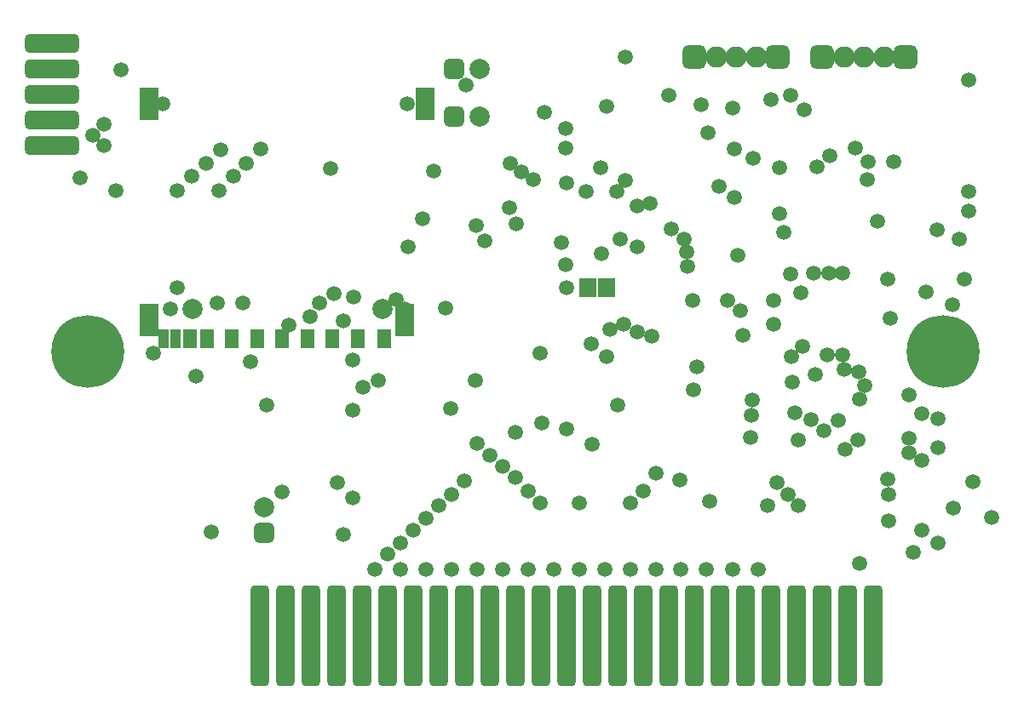
<source format=gbs>
G04*
G04  File:            SD-MAPPER-FINAL_VERSION.GBS, Wed Oct 15 21:18:23 2014*
G04  Source:          P-CAD 2002 PCB (6/400) TRIAL VERSION - 1 days left, Version 17.01.22, (E:\Eletro\PCAD-PCI\SD-Mapper\SD-Mapper-final_version.PCB)*
G04  Format:          Gerber Format (RS-274-D), ASCII*
G04*
G04  Format Options:  Absolute Positioning*
G04                   Leading-Zero Suppression*
G04                   Scale Factor 1:1*
G04                   NO Circular Interpolation*
G04                   Inch Units*
G04                   Numeric Format: 4.4 (XXXX.XXXX)*
G04                   G54 NOT Used for Aperture Change*
G04                   Apertures Embedded*
G04*
G04  File Options:    Offset = (0.0mil,0.0mil)*
G04                   Drill Symbol Size = 80.0mil*
G04                   Pad/Via Holes*
G04*
G04  File Contents:   Pads*
G04                   Vias*
G04                   No Designators*
G04                   No Types*
G04                   No Values*
G04                   No Drill Symbols*
G04                   Bot Mask*
G04*
%INSD-MAPPER-FINAL_VERSION.GBS*%
%ICAS*%
%MOIN*%
G04*
G04  Aperture MACROs for general use --- invoked via D-code assignment *
G04*
G04  General MACRO for flashed round with rotation and/or offset hole *
%AMROTOFFROUND*
1,1,$1,0.0000,0.0000*
1,0,$2,$3,$4*%
G04*
G04  General MACRO for flashed oval (obround) with rotation and/or offset hole *
%AMROTOFFOVAL*
21,1,$1,$2,0.0000,0.0000,$3*
1,1,$4,$5,$6*
1,1,$4,0-$5,0-$6*
1,0,$7,$8,$9*%
G04*
G04  General MACRO for flashed oval (obround) with rotation and no hole *
%AMROTOVALNOHOLE*
21,1,$1,$2,0.0000,0.0000,$3*
1,1,$4,$5,$6*
1,1,$4,0-$5,0-$6*%
G04*
G04  General MACRO for flashed rectangle with rotation and/or offset hole *
%AMROTOFFRECT*
21,1,$1,$2,0.0000,0.0000,$3*
1,0,$4,$5,$6*%
G04*
G04  General MACRO for flashed rectangle with rotation and no hole *
%AMROTRECTNOHOLE*
21,1,$1,$2,0.0000,0.0000,$3*%
G04*
G04  General MACRO for flashed rounded-rectangle *
%AMROUNDRECT*
21,1,$1,$2-$4,0.0000,0.0000,$3*
21,1,$1-$4,$2,0.0000,0.0000,$3*
1,1,$4,$5,$6*
1,1,$4,$7,$8*
1,1,$4,0-$5,0-$6*
1,1,$4,0-$7,0-$8*
1,0,$9,$10,$11*%
G04*
G04  General MACRO for flashed rounded-rectangle with rotation and no hole *
%AMROUNDRECTNOHOLE*
21,1,$1,$2-$4,0.0000,0.0000,$3*
21,1,$1-$4,$2,0.0000,0.0000,$3*
1,1,$4,$5,$6*
1,1,$4,$7,$8*
1,1,$4,0-$5,0-$6*
1,1,$4,0-$7,0-$8*%
G04*
G04  General MACRO for flashed regular polygon *
%AMREGPOLY*
5,1,$1,0.0000,0.0000,$2,$3+$4*
1,0,$5,$6,$7*%
G04*
G04  General MACRO for flashed regular polygon with no hole *
%AMREGPOLYNOHOLE*
5,1,$1,0.0000,0.0000,$2,$3+$4*%
G04*
G04  General MACRO for target *
%AMTARGET*
6,0,0,$1,$2,$3,4,$4,$5,$6*%
G04*
G04  General MACRO for mounting hole *
%AMMTHOLE*
1,1,$1,0,0*
1,0,$2,0,0*
$1=$1-$2*
$1=$1/2*
21,1,$2+$1,$3,0,0,$4*
21,1,$3,$2+$1,0,0,$4*%
G04*
G04*
G04  D10 : "Ellipse X10.0mil Y10.0mil H0.0mil 0.0deg (0.0mil,0.0mil) Draw"*
G04  Disc: OuterDia=0.0100*
%ADD10C, 0.0100*%
G04  D11 : "Ellipse X12.0mil Y12.0mil H0.0mil 0.0deg (0.0mil,0.0mil) Draw"*
G04  Disc: OuterDia=0.0120*
%ADD11C, 0.0120*%
G04  D12 : "Ellipse X14.0mil Y14.0mil H0.0mil 0.0deg (0.0mil,0.0mil) Draw"*
G04  Disc: OuterDia=0.0140*
%ADD12C, 0.0140*%
G04  D13 : "Ellipse X15.0mil Y15.0mil H0.0mil 0.0deg (0.0mil,0.0mil) Draw"*
G04  Disc: OuterDia=0.0150*
%ADD13C, 0.0150*%
G04  D14 : "Ellipse X17.0mil Y17.0mil H0.0mil 0.0deg (0.0mil,0.0mil) Draw"*
G04  Disc: OuterDia=0.0170*
%ADD14C, 0.0170*%
G04  D15 : "Ellipse X18.0mil Y18.0mil H0.0mil 0.0deg (0.0mil,0.0mil) Draw"*
G04  Disc: OuterDia=0.0180*
%ADD15C, 0.0180*%
G04  D16 : "Ellipse X2.0mil Y2.0mil H0.0mil 0.0deg (0.0mil,0.0mil) Draw"*
G04  Disc: OuterDia=0.0020*
%ADD16C, 0.0020*%
G04  D17 : "Ellipse X20.0mil Y20.0mil H0.0mil 0.0deg (0.0mil,0.0mil) Draw"*
G04  Disc: OuterDia=0.0200*
%ADD17C, 0.0200*%
G04  D18 : "Ellipse X22.0mil Y22.0mil H0.0mil 0.0deg (0.0mil,0.0mil) Draw"*
G04  Disc: OuterDia=0.0220*
%ADD18C, 0.0220*%
G04  D19 : "Ellipse X24.0mil Y24.0mil H0.0mil 0.0deg (0.0mil,0.0mil) Draw"*
G04  Disc: OuterDia=0.0240*
%ADD19C, 0.0240*%
G04  D20 : "Ellipse X26.0mil Y26.0mil H0.0mil 0.0deg (0.0mil,0.0mil) Draw"*
G04  Disc: OuterDia=0.0260*
%ADD20C, 0.0260*%
G04  D21 : "Ellipse X34.0mil Y34.0mil H0.0mil 0.0deg (0.0mil,0.0mil) Draw"*
G04  Disc: OuterDia=0.0340*
%ADD21C, 0.0340*%
G04  D22 : "Ellipse X35.0mil Y35.0mil H0.0mil 0.0deg (0.0mil,0.0mil) Draw"*
G04  Disc: OuterDia=0.0350*
%ADD22C, 0.0350*%
G04  D23 : "Ellipse X40.0mil Y40.0mil H0.0mil 0.0deg (0.0mil,0.0mil) Draw"*
G04  Disc: OuterDia=0.0400*
%ADD23C, 0.0400*%
G04  D24 : "Ellipse X45.0mil Y45.0mil H0.0mil 0.0deg (0.0mil,0.0mil) Draw"*
G04  Disc: OuterDia=0.0450*
%ADD24C, 0.0450*%
G04  D25 : "Ellipse X8.0mil Y8.0mil H0.0mil 0.0deg (0.0mil,0.0mil) Draw"*
G04  Disc: OuterDia=0.0080*
%ADD25C, 0.0080*%
G04  D26 : "Ellipse X285.0mil Y285.0mil H0.0mil 0.0deg (0.0mil,0.0mil) Flash"*
G04  Disc: OuterDia=0.2850*
%ADD26C, 0.2850*%
G04  D27 : "Ellipse X59.0mil Y59.0mil H0.0mil 0.0deg (0.0mil,0.0mil) Flash"*
G04  Disc: OuterDia=0.0590*
%ADD27C, 0.0590*%
G04  D28 : "Ellipse X64.0mil Y64.0mil H0.0mil 0.0deg (0.0mil,0.0mil) Flash"*
G04  Disc: OuterDia=0.0640*
%ADD28C, 0.0640*%
G04  D29 : "Ellipse X68.0mil Y68.0mil H0.0mil 0.0deg (0.0mil,0.0mil) Flash"*
G04  Disc: OuterDia=0.0680*
%ADD29C, 0.0680*%
G04  D30 : "Ellipse X79.0mil Y79.0mil H0.0mil 0.0deg (0.0mil,0.0mil) Flash"*
G04  Disc: OuterDia=0.0790*
%ADD30C, 0.0790*%
G04  D31 : "Ellipse X83.0mil Y83.0mil H0.0mil 0.0deg (0.0mil,0.0mil) Flash"*
G04  Disc: OuterDia=0.0830*
%ADD31C, 0.0830*%
G04  D32 : "Mounting Hole X270.0mil Y270.0mil H0.0mil 0.0deg (0.0mil,0.0mil) Flash"*
G04  Mounting Hole: Diameter=0.2700, Rotation=0.0, LineWidth=0.0050 *
%ADD32MTHOLE, 0.2700 X0.2500 X0.0050 X0.0*%
G04  D33 : "Mounting Hole X44.0mil Y44.0mil H0.0mil 0.0deg (0.0mil,0.0mil) Flash"*
G04  Mounting Hole: Diameter=0.0440, Rotation=0.0, LineWidth=0.0050 *
%ADD33MTHOLE, 0.0440 X0.0240 X0.0050 X0.0*%
G04  D34 : "Mounting Hole X64.0mil Y64.0mil H0.0mil 0.0deg (0.0mil,0.0mil) Flash"*
G04  Mounting Hole: Diameter=0.0640, Rotation=0.0, LineWidth=0.0050 *
%ADD34MTHOLE, 0.0640 X0.0440 X0.0050 X0.0*%
G04  D35 : "Rounded Rectangle X196.9mil Y60.0mil H0.0mil 0.0deg (0.0mil,0.0mil) Flash"*
G04  RoundRct: DimX=0.1969, DimY=0.0600, CornerRad=0.0150, Rotation=0.0, OffsetX=0.0000, OffsetY=0.0000, HoleDia=0.0000 *
%ADD35ROUNDRECTNOHOLE, 0.1969 X0.0600 X0.0 X0.0300 X-0.0834 X-0.0150 X-0.0834 X0.0150*%
G04  D36 : "Rounded Rectangle X60.0mil Y350.0mil H0.0mil 0.0deg (0.0mil,0.0mil) Flash"*
G04  RoundRct: DimX=0.0600, DimY=0.3500, CornerRad=0.0150, Rotation=0.0, OffsetX=0.0000, OffsetY=0.0000, HoleDia=0.0000 *
%ADD36ROUNDRECTNOHOLE, 0.0600 X0.3500 X0.0 X0.0300 X-0.0150 X-0.1600 X-0.0150 X0.1600*%
G04  D37 : "Rounded Rectangle X60.0mil Y380.0mil H0.0mil 0.0deg (0.0mil,0.0mil) Flash"*
G04  RoundRct: DimX=0.0600, DimY=0.3800, CornerRad=0.0150, Rotation=0.0, OffsetX=0.0000, OffsetY=0.0000, HoleDia=0.0000 *
%ADD37ROUNDRECTNOHOLE, 0.0600 X0.3800 X0.0 X0.0300 X-0.0150 X-0.1750 X-0.0150 X0.1750*%
G04  D38 : "Rounded Rectangle X64.0mil Y64.0mil H0.0mil 0.0deg (0.0mil,0.0mil) Flash"*
G04  RoundRct: DimX=0.0640, DimY=0.0640, CornerRad=0.0160, Rotation=0.0, OffsetX=0.0000, OffsetY=0.0000, HoleDia=0.0000 *
%ADD38ROUNDRECTNOHOLE, 0.0640 X0.0640 X0.0 X0.0320 X-0.0160 X-0.0160 X-0.0160 X0.0160*%
G04  D39 : "Rounded Rectangle X211.9mil Y75.0mil H0.0mil 0.0deg (0.0mil,0.0mil) Flash"*
G04  RoundRct: DimX=0.2119, DimY=0.0750, CornerRad=0.0187, Rotation=0.0, OffsetX=0.0000, OffsetY=0.0000, HoleDia=0.0000 *
%ADD39ROUNDRECTNOHOLE, 0.2119 X0.0750 X0.0 X0.0375 X-0.0872 X-0.0187 X-0.0872 X0.0187*%
G04  D40 : "Rounded Rectangle X75.0mil Y365.0mil H0.0mil 0.0deg (0.0mil,0.0mil) Flash"*
G04  RoundRct: DimX=0.0750, DimY=0.3650, CornerRad=0.0187, Rotation=0.0, OffsetX=0.0000, OffsetY=0.0000, HoleDia=0.0000 *
%ADD40ROUNDRECTNOHOLE, 0.0750 X0.3650 X0.0 X0.0375 X-0.0187 X-0.1638 X-0.0187 X0.1638*%
G04  D41 : "Rounded Rectangle X75.0mil Y395.0mil H0.0mil 0.0deg (0.0mil,0.0mil) Flash"*
G04  RoundRct: DimX=0.0750, DimY=0.3950, CornerRad=0.0187, Rotation=0.0, OffsetX=0.0000, OffsetY=0.0000, HoleDia=0.0000 *
%ADD41ROUNDRECTNOHOLE, 0.0750 X0.3950 X0.0 X0.0375 X-0.0187 X-0.1788 X-0.0187 X0.1788*%
G04  D42 : "Rounded Rectangle X78.0mil Y78.0mil H0.0mil 0.0deg (0.0mil,0.0mil) Flash"*
G04  RoundRct: DimX=0.0780, DimY=0.0780, CornerRad=0.0195, Rotation=0.0, OffsetX=0.0000, OffsetY=0.0000, HoleDia=0.0000 *
%ADD42ROUNDRECTNOHOLE, 0.0780 X0.0780 X0.0 X0.0390 X-0.0195 X-0.0195 X-0.0195 X0.0195*%
G04  D43 : "Rounded Rectangle X79.0mil Y79.0mil H0.0mil 0.0deg (0.0mil,0.0mil) Flash"*
G04  RoundRct: DimX=0.0790, DimY=0.0790, CornerRad=0.0198, Rotation=0.0, OffsetX=0.0000, OffsetY=0.0000, HoleDia=0.0000 *
%ADD43ROUNDRECTNOHOLE, 0.0790 X0.0790 X0.0 X0.0395 X-0.0198 X-0.0198 X-0.0198 X0.0198*%
G04  D44 : "Rounded Rectangle X93.0mil Y93.0mil H0.0mil 0.0deg (0.0mil,0.0mil) Flash"*
G04  RoundRct: DimX=0.0930, DimY=0.0930, CornerRad=0.0233, Rotation=0.0, OffsetX=0.0000, OffsetY=0.0000, HoleDia=0.0000 *
%ADD44ROUNDRECTNOHOLE, 0.0930 X0.0930 X0.0 X0.0465 X-0.0233 X-0.0233 X-0.0233 X0.0233*%
G04  D45 : "Rectangle X11.8mil Y63.0mil H0.0mil 0.0deg (0.0mil,0.0mil) Flash"*
G04  Rectangular: DimX=0.0118, DimY=0.0630, Rotation=0.0, OffsetX=0.0000, OffsetY=0.0000, HoleDia=0.0000 *
%ADD45R, 0.0118 X0.0630*%
G04  D46 : "Rectangle X63.0mil Y11.8mil H0.0mil 0.0deg (0.0mil,0.0mil) Flash"*
G04  Rectangular: DimX=0.0630, DimY=0.0118, Rotation=0.0, OffsetX=0.0000, OffsetY=0.0000, HoleDia=0.0000 *
%ADD46R, 0.0630 X0.0118*%
G04  D47 : "Rectangle X141.7mil Y86.6mil H0.0mil 0.0deg (0.0mil,0.0mil) Flash"*
G04  Rectangular: DimX=0.1417, DimY=0.0866, Rotation=0.0, OffsetX=0.0000, OffsetY=0.0000, HoleDia=0.0000 *
%ADD47R, 0.1417 X0.0866*%
G04  D48 : "Rectangle X156.7mil Y101.6mil H0.0mil 0.0deg (0.0mil,0.0mil) Flash"*
G04  Rectangular: DimX=0.1567, DimY=0.1016, Rotation=0.0, OffsetX=0.0000, OffsetY=0.0000, HoleDia=0.0000 *
%ADD48R, 0.1567 X0.1016*%
G04  D49 : "Rectangle X23.6mil Y78.7mil H0.0mil 0.0deg (0.0mil,0.0mil) Flash"*
G04  Rectangular: DimX=0.0236, DimY=0.0787, Rotation=0.0, OffsetX=0.0000, OffsetY=0.0000, HoleDia=0.0000 *
%ADD49R, 0.0236 X0.0787*%
G04  D50 : "Rectangle X78.7mil Y23.6mil H0.0mil 0.0deg (0.0mil,0.0mil) Flash"*
G04  Rectangular: DimX=0.0787, DimY=0.0236, Rotation=0.0, OffsetX=0.0000, OffsetY=0.0000, HoleDia=0.0000 *
%ADD50R, 0.0787 X0.0236*%
G04  D51 : "Rectangle X23.6mil Y86.6mil H0.0mil 0.0deg (0.0mil,0.0mil) Flash"*
G04  Rectangular: DimX=0.0236, DimY=0.0866, Rotation=0.0, OffsetX=0.0000, OffsetY=0.0000, HoleDia=0.0000 *
%ADD51R, 0.0236 X0.0866*%
G04  D52 : "Rectangle X26.0mil Y60.0mil H0.0mil 0.0deg (0.0mil,0.0mil) Flash"*
G04  Rectangular: DimX=0.0260, DimY=0.0600, Rotation=0.0, OffsetX=0.0000, OffsetY=0.0000, HoleDia=0.0000 *
%ADD52R, 0.0260 X0.0600*%
G04  D53 : "Rectangle X26.8mil Y78.0mil H0.0mil 0.0deg (0.0mil,0.0mil) Flash"*
G04  Rectangular: DimX=0.0268, DimY=0.0780, Rotation=0.0, OffsetX=0.0000, OffsetY=0.0000, HoleDia=0.0000 *
%ADD53R, 0.0268 X0.0780*%
G04  D54 : "Rectangle X78.0mil Y26.8mil H0.0mil 0.0deg (0.0mil,0.0mil) Flash"*
G04  Rectangular: DimX=0.0780, DimY=0.0268, Rotation=0.0, OffsetX=0.0000, OffsetY=0.0000, HoleDia=0.0000 *
%ADD54R, 0.0780 X0.0268*%
G04  D55 : "Rectangle X32.0mil Y32.0mil H0.0mil 0.0deg (0.0mil,0.0mil) Flash"*
G04  Square: Side=0.0320, Rotation=0.0, OffsetX=0.0000, OffsetY=0.0000, HoleDia=0.0000*
%ADD55R, 0.0320 X0.0320*%
G04  D56 : "Rectangle X38.6mil Y101.6mil H0.0mil 0.0deg (0.0mil,0.0mil) Flash"*
G04  Rectangular: DimX=0.0386, DimY=0.1016, Rotation=0.0, OffsetX=0.0000, OffsetY=0.0000, HoleDia=0.0000 *
%ADD56R, 0.0386 X0.1016*%
G04  D57 : "Rectangle X38.6mil Y93.7mil H0.0mil 0.0deg (0.0mil,0.0mil) Flash"*
G04  Rectangular: DimX=0.0386, DimY=0.0937, Rotation=0.0, OffsetX=0.0000, OffsetY=0.0000, HoleDia=0.0000 *
%ADD57R, 0.0386 X0.0937*%
G04  D58 : "Rectangle X93.7mil Y38.6mil H0.0mil 0.0deg (0.0mil,0.0mil) Flash"*
G04  Rectangular: DimX=0.0937, DimY=0.0386, Rotation=0.0, OffsetX=0.0000, OffsetY=0.0000, HoleDia=0.0000 *
%ADD58R, 0.0937 X0.0386*%
G04  D59 : "Rectangle X40.0mil Y60.0mil H0.0mil 0.0deg (0.0mil,0.0mil) Flash"*
G04  Rectangular: DimX=0.0400, DimY=0.0600, Rotation=0.0, OffsetX=0.0000, OffsetY=0.0000, HoleDia=0.0000 *
%ADD59R, 0.0400 X0.0600*%
G04  D60 : "Rectangle X41.0mil Y75.0mil H0.0mil 0.0deg (0.0mil,0.0mil) Flash"*
G04  Rectangular: DimX=0.0410, DimY=0.0750, Rotation=0.0, OffsetX=0.0000, OffsetY=0.0000, HoleDia=0.0000 *
%ADD60R, 0.0410 X0.0750*%
G04  D61 : "Rectangle X47.0mil Y47.0mil H0.0mil 0.0deg (0.0mil,0.0mil) Flash"*
G04  Square: Side=0.0470, Rotation=0.0, OffsetX=0.0000, OffsetY=0.0000, HoleDia=0.0000*
%ADD61R, 0.0470 X0.0470*%
G04  D62 : "Rectangle X47.2mil Y86.6mil H0.0mil 0.0deg (0.0mil,0.0mil) Flash"*
G04  Rectangular: DimX=0.0472, DimY=0.0866, Rotation=0.0, OffsetX=0.0000, OffsetY=0.0000, HoleDia=0.0000 *
%ADD62R, 0.0472 X0.0866*%
G04  D63 : "Rectangle X51.2mil Y59.1mil H0.0mil 0.0deg (0.0mil,0.0mil) Flash"*
G04  Rectangular: DimX=0.0512, DimY=0.0591, Rotation=0.0, OffsetX=0.0000, OffsetY=0.0000, HoleDia=0.0000 *
%ADD63R, 0.0512 X0.0591*%
G04  D64 : "Rectangle X59.1mil Y51.2mil H0.0mil 0.0deg (0.0mil,0.0mil) Flash"*
G04  Rectangular: DimX=0.0591, DimY=0.0512, Rotation=0.0, OffsetX=0.0000, OffsetY=0.0000, HoleDia=0.0000 *
%ADD64R, 0.0591 X0.0512*%
G04  D65 : "Rectangle X55.0mil Y75.0mil H0.0mil 0.0deg (0.0mil,0.0mil) Flash"*
G04  Rectangular: DimX=0.0550, DimY=0.0750, Rotation=0.0, OffsetX=0.0000, OffsetY=0.0000, HoleDia=0.0000 *
%ADD65R, 0.0550 X0.0750*%
G04  D66 : "Rectangle X58.0mil Y110.0mil H0.0mil 0.0deg (0.0mil,0.0mil) Flash"*
G04  Rectangular: DimX=0.0580, DimY=0.1100, Rotation=0.0, OffsetX=0.0000, OffsetY=0.0000, HoleDia=0.0000 *
%ADD66R, 0.0580 X0.1100*%
G04  D67 : "Rectangle X62.2mil Y101.6mil H0.0mil 0.0deg (0.0mil,0.0mil) Flash"*
G04  Rectangular: DimX=0.0622, DimY=0.1016, Rotation=0.0, OffsetX=0.0000, OffsetY=0.0000, HoleDia=0.0000 *
%ADD67R, 0.0622 X0.1016*%
G04  D68 : "Rectangle X66.2mil Y74.1mil H0.0mil 0.0deg (0.0mil,0.0mil) Flash"*
G04  Rectangular: DimX=0.0662, DimY=0.0741, Rotation=0.0, OffsetX=0.0000, OffsetY=0.0000, HoleDia=0.0000 *
%ADD68R, 0.0662 X0.0741*%
G04  D69 : "Rectangle X74.1mil Y66.2mil H0.0mil 0.0deg (0.0mil,0.0mil) Flash"*
G04  Rectangular: DimX=0.0741, DimY=0.0662, Rotation=0.0, OffsetX=0.0000, OffsetY=0.0000, HoleDia=0.0000 *
%ADD69R, 0.0741 X0.0662*%
G04  D70 : "Rectangle X72.0mil Y80.0mil H0.0mil 0.0deg (0.0mil,0.0mil) Flash"*
G04  Rectangular: DimX=0.0720, DimY=0.0800, Rotation=0.0, OffsetX=0.0000, OffsetY=0.0000, HoleDia=0.0000 *
%ADD70R, 0.0720 X0.0800*%
G04  D71 : "Rectangle X73.0mil Y125.0mil H0.0mil 0.0deg (0.0mil,0.0mil) Flash"*
G04  Rectangular: DimX=0.0730, DimY=0.1250, Rotation=0.0, OffsetX=0.0000, OffsetY=0.0000, HoleDia=0.0000 *
%ADD71R, 0.0730 X0.1250*%
G04  D72 : "Rectangle X80.0mil Y110.0mil H0.0mil 0.0deg (0.0mil,0.0mil) Flash"*
G04  Rectangular: DimX=0.0800, DimY=0.1100, Rotation=0.0, OffsetX=0.0000, OffsetY=0.0000, HoleDia=0.0000 *
%ADD72R, 0.0800 X0.1100*%
G04  D73 : "Rectangle X87.0mil Y95.0mil H0.0mil 0.0deg (0.0mil,0.0mil) Flash"*
G04  Rectangular: DimX=0.0870, DimY=0.0950, Rotation=0.0, OffsetX=0.0000, OffsetY=0.0000, HoleDia=0.0000 *
%ADD73R, 0.0870 X0.0950*%
G04  D74 : "Rectangle X95.0mil Y125.0mil H0.0mil 0.0deg (0.0mil,0.0mil) Flash"*
G04  Rectangular: DimX=0.0950, DimY=0.1250, Rotation=0.0, OffsetX=0.0000, OffsetY=0.0000, HoleDia=0.0000 *
%ADD74R, 0.0950 X0.1250*%
G04  D75 : "Ellipse X44.0mil Y44.0mil H0.0mil 0.0deg (0.0mil,0.0mil) Flash"*
G04  Disc: OuterDia=0.0440*
%ADD75C, 0.0440*%
G04*
%FSLAX44Y44*%
%SFA1B1*%
%OFA0.0000B0.0000*%
G04*
G70*
G90*
G01*
D2*
%LNBot Mask*%
D27*
X32399Y86259D3*
Y85429D3*
X31969Y85849D3*
X34329Y77299D3*
X35269Y79889D3*
X35259Y83669D3*
X36609Y70299D3*
X38129Y76979D3*
X36819Y79289D3*
X37829Y79269D3*
X36909Y83659D3*
X36959Y85289D3*
X38529Y85299D3*
X36389Y84749D3*
X37969D3*
X41409Y79639D3*
X40819Y79269D3*
X40449Y78749D3*
X39639Y78419D3*
X41269Y84539D3*
X43489Y69449D3*
X43989Y69889D3*
X44489Y70359D3*
X43139Y76249D3*
X42529Y75969D3*
X43829Y79399D3*
X44309Y81489D3*
X45489Y71339D3*
X46489Y72299D3*
X46989Y73789D3*
X47489Y73319D3*
X46929Y76249D3*
X45769Y79079D3*
X46979Y82309D3*
X47289Y81709D3*
D30*
X47109Y88429D3*
D43*
X46109D3*
D27*
X46579Y87809D3*
X49459Y71449D3*
X50489Y74339D3*
X49539Y74579D3*
X48489Y72439D3*
Y74219D3*
X49469Y77299D3*
X50509Y79859D3*
X48529Y82359D3*
X50289Y81649D3*
X48729Y84399D3*
X50459Y85349D3*
X48299Y84749D3*
X50449Y86099D3*
X52989Y71449D3*
X51489Y73739D3*
X52069Y77189D3*
X51479Y77669D3*
X52719Y78429D3*
X52459Y83639D3*
X52609Y81779D3*
X53249Y81469D3*
X53269Y83079D3*
X51829Y84559D3*
X52789Y88899D3*
X56109Y71499D3*
X54939Y72339D3*
X55609Y76759D3*
X55479Y75879D3*
X55219Y80699D3*
X55439Y79389D3*
X55109Y81789D3*
X54589Y82169D3*
X56019Y85929D3*
X54489Y87399D3*
X59579Y71339D3*
X58369D3*
X59549Y73899D3*
X57689Y74019D3*
X59289Y77179D3*
X59329Y76159D3*
X57749Y75489D3*
X58589Y78449D3*
Y79389D3*
X59269Y80409D3*
X59669Y79669D3*
X58999Y82029D3*
X58829Y82779D3*
Y84559D3*
X57799Y84929D3*
X59259Y87399D3*
X61889Y73899D3*
X61389Y73529D3*
X60579Y74279D3*
X61119Y74669D3*
X60689Y77229D3*
X61299Y77239D3*
X61369Y76679D3*
X61939Y76559D3*
X62149Y76049D3*
X61969Y75519D3*
X60749Y80449D3*
X61299Y80439D3*
X62679Y82479D3*
X62299Y84819D3*
X60799Y85039D3*
X60299Y84609D3*
X61799Y85349D3*
X65619Y71239D3*
X64079Y69519D3*
X65029Y69889D3*
X64399Y70359D3*
X63889Y73419D3*
X65029Y73619D3*
X64399Y73109D3*
X63889Y73989D3*
Y75689D3*
X64559Y79709D3*
X65609Y79199D3*
X64999Y82129D3*
X67139Y70869D3*
X31449Y84179D3*
X34709Y87059D3*
X37459Y84239D3*
X39359Y71869D3*
X41539Y72239D3*
X42989Y68849D3*
X43989D3*
X44249Y87059D3*
X45989Y68849D3*
X45999Y71779D3*
X46989Y68849D3*
X45959Y75129D3*
D30*
X47099Y86559D3*
D43*
X46099D3*
D27*
X49999Y68849D3*
X48989D3*
Y71899D3*
X49189Y84099D3*
X50499Y83979D3*
X50459Y80789D3*
X49639Y86739D3*
X52989Y68839D3*
X53489Y71919D3*
X51989Y68849D3*
X52199Y78229D3*
X53279Y78149D3*
X51869Y81209D3*
X52799Y84089D3*
X52489Y75279D3*
X52069Y86979D3*
X55979Y68849D3*
X54979D3*
X56469Y83849D3*
X55209Y81259D3*
X55759Y87049D3*
X59169Y71779D3*
X58739Y72229D3*
X57989Y68849D3*
X57409Y78019D3*
X57719Y74889D3*
X59439Y74969D3*
X58489Y87249D3*
X61969Y69069D3*
X62259Y84119D3*
X65029Y74729D3*
X64399Y74949D3*
X66389Y72279D3*
X36009Y76409D3*
X32879Y83669D3*
X33069Y88419D3*
D43*
X38649Y70269D3*
D30*
Y71269D3*
D27*
X41759Y70199D3*
X44989Y70829D3*
X42119Y71639D3*
X47989Y72879D3*
X42119Y77029D3*
X42149Y79499D3*
X41759Y78579D3*
X44879Y82589D3*
X48259Y83009D3*
X45289Y84449D3*
X50989Y71449D3*
X53989Y72599D3*
X59739Y77569D3*
X60229Y76489D3*
X57289Y78989D3*
X56809Y79389D3*
X60179Y80449D3*
X57059Y83419D3*
X53759Y83169D3*
X51279Y83649D3*
X57059Y85299D3*
D44*
X58749Y88899D3*
X55489D3*
D31*
X57919D3*
X56349D3*
X57139D3*
D27*
X63099Y70749D3*
X63079Y72389D3*
X66059Y80219D3*
X63169Y78679D3*
X63049Y80199D3*
X65869Y81759D3*
X66239Y83649D3*
Y82869D3*
X63289Y84799D3*
X66239Y88009D3*
D26*
X31769Y77389D3*
D27*
X35829Y84239D3*
X44989Y68849D3*
X47989D3*
X42119Y75089D3*
X38779Y75279D3*
X50989Y68849D3*
X53989D3*
X56989D3*
D68*
X52079Y79859D3*
X51331D3*
D27*
X60049Y74709D3*
X57199Y81149D3*
X53839Y77969D3*
X56999Y86909D3*
X59809Y86849D3*
X63099Y71769D3*
D26*
X65229Y77389D3*
D39*
X30359Y85429D3*
Y86429D3*
Y88429D3*
Y89429D3*
Y87429D3*
D44*
X63749Y88899D3*
X60489D3*
D31*
X62919D3*
X61349D3*
X62139D3*
D30*
X35849Y79039D3*
D27*
X44159D3*
D71*
X34179Y87069D3*
X44959D3*
X44169Y78599D3*
X34179Y78609D3*
D30*
X43309Y79039D3*
D27*
X34999D3*
D60*
X34729Y77889D3*
X35199D3*
D65*
X35749D3*
X43349D3*
X42329D3*
X41339D3*
X40359D3*
X39369D3*
X38389D3*
X37409D3*
X36419D3*
D41*
X38489Y66249D3*
X40489D3*
X41489D3*
X43489D3*
X44489D3*
X46489D3*
X47489D3*
X49489D3*
X50489D3*
X52489D3*
X53489D3*
X55489D3*
X56489D3*
X58489D3*
X59489D3*
X61489D3*
X62489D3*
X39489D3*
X42489D3*
X45489D3*
X48489D3*
X51489D3*
X54489D3*
X57489D3*
X60489D3*
D02M02*

</source>
